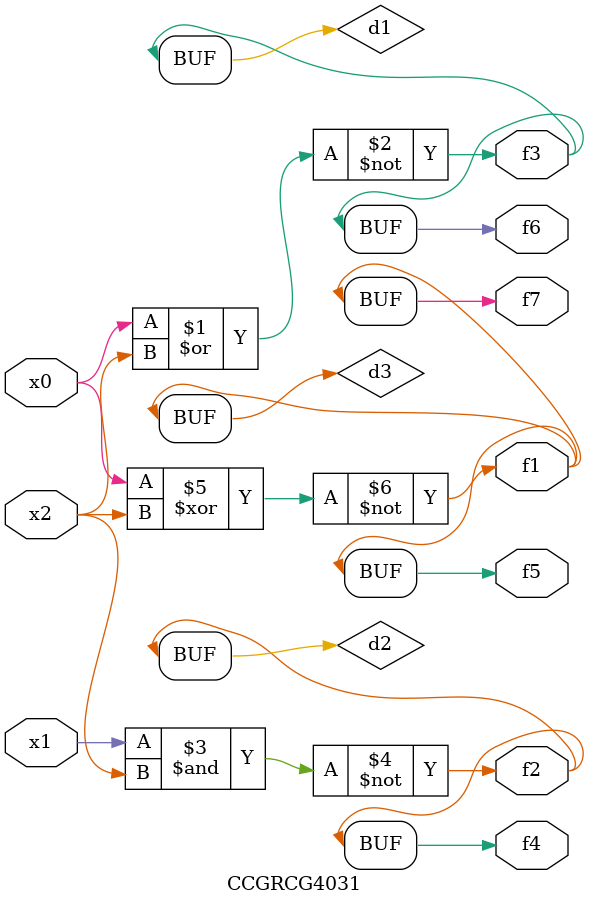
<source format=v>
module CCGRCG4031(
	input x0, x1, x2,
	output f1, f2, f3, f4, f5, f6, f7
);

	wire d1, d2, d3;

	nor (d1, x0, x2);
	nand (d2, x1, x2);
	xnor (d3, x0, x2);
	assign f1 = d3;
	assign f2 = d2;
	assign f3 = d1;
	assign f4 = d2;
	assign f5 = d3;
	assign f6 = d1;
	assign f7 = d3;
endmodule

</source>
